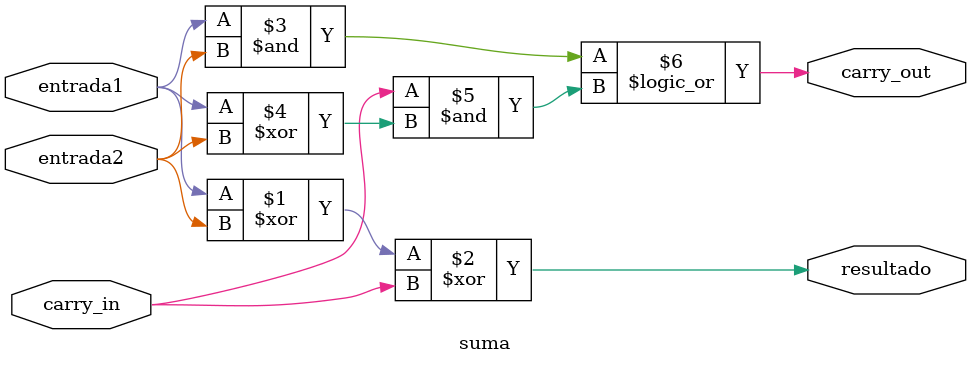
<source format=sv>
module suma(
    input entrada1,
    input entrada2,
    input carry_in,
    output resultado,
    output carry_out
);

    assign resultado = (entrada1 ^ entrada2) ^ carry_in;
    assign carry_out = (entrada1 & entrada2) || (carry_in & (entrada1 ^ entrada2));

endmodule
</source>
